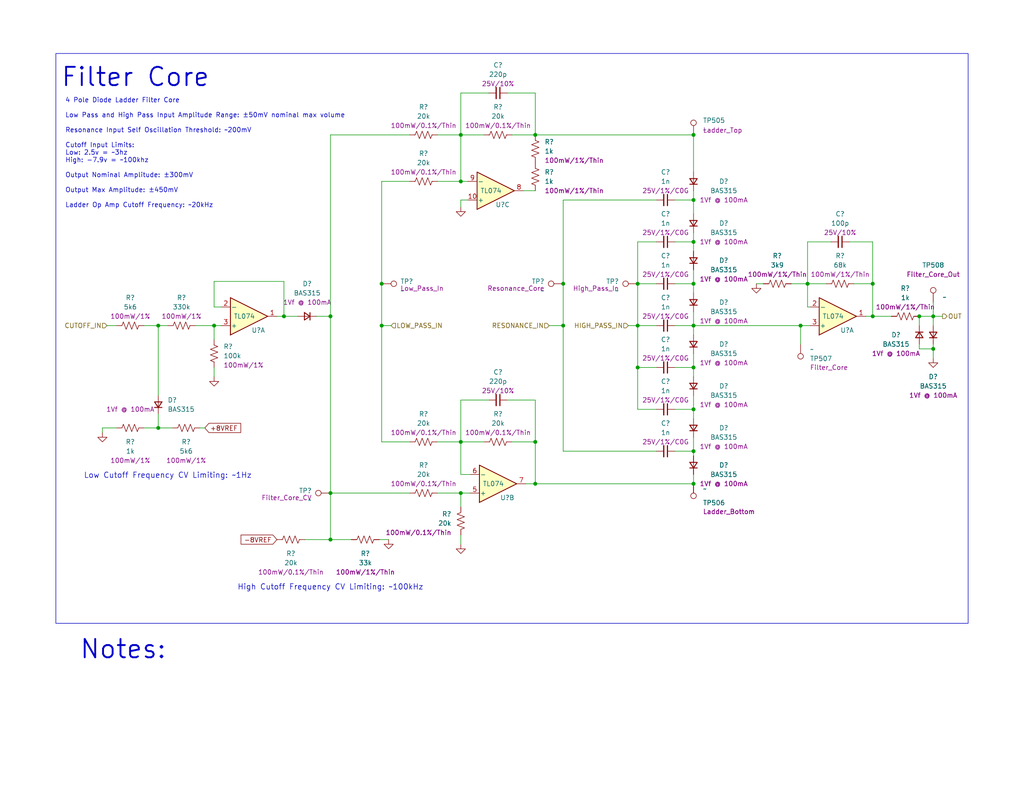
<source format=kicad_sch>
(kicad_sch (version 20230121) (generator eeschema)
  (paper "USLetter")
  (title_block (title "Neptune") (date "2023-07-20") (rev "v0") (company "Winterbloom") (comment 1 "Carson Walls") (comment 2 "CERN-OHL-P v2") (comment 3 "neptune.wntr.dev"))
  (lib_symbols
    (symbol "Connector:TestPoint" (pin_numbers hide) (pin_names (offset 0.762) hide)
      (property "Reference" "TP" (at 0 6.858 0))
      (property "Value" "TestPoint" (at 0 5.08 0))
      (symbol "TestPoint_0_1"
        (circle (center 0 3.302) (radius 0.762))
      )
      (symbol "TestPoint_1_1"
        (pin passive line (at 0 0 90) (length 2.54) (name "1") (number "1"))
      )
    )
    (symbol "Device:C_Small" (pin_numbers hide) (pin_names (offset 0.254) hide)
      (property "Reference" "C" (at 0.254 1.778 0))
      (property "Value" "C_Small" (at 0.254 -2.032 0))
      (symbol "C_Small_0_1"
        (polyline (pts (xy -1.524 -0.508) (xy 1.524 -0.508)) (stroke (width 0.3302)))
        (polyline (pts (xy -1.524 0.508) (xy 1.524 0.508)) (stroke (width 0.3048)))
      )
      (symbol "C_Small_1_1"
        (pin passive line (at 0 2.54 270) (length 2.032) (name "~") (number "1"))
        (pin passive line (at 0 -2.54 90) (length 2.032) (name "~") (number "2"))
      )
    )
    (symbol "Device:D_Small" (pin_numbers hide) (pin_names (offset 0.254) hide)
      (property "Reference" "D" (at -1.27 2.032 0))
      (property "Value" "D_Small" (at -3.81 -2.032 0))
      (symbol "D_Small_0_1"
        (polyline (pts (xy -0.762 -1.016) (xy -0.762 1.016)) (stroke (width 0.254)))
        (polyline (pts (xy -0.762 0) (xy 0.762 0)))
        (polyline (pts (xy 0.762 -1.016) (xy -0.762 0) (xy 0.762 1.016) (xy 0.762 -1.016)) (stroke (width 0.254)))
      )
      (symbol "D_Small_1_1"
        (pin passive line (at -2.54 0 0) (length 1.778) (name "K") (number "1"))
        (pin passive line (at 2.54 0 180) (length 1.778) (name "A") (number "2"))
      )
    )
    (symbol "Device:R_US" (pin_numbers hide) (pin_names (offset 0))
      (property "Reference" "R" (at 2.54 0 90))
      (property "Value" "R_US" (at -2.54 0 90))
      (symbol "R_US_0_1"
        (polyline (pts (xy 0 -2.286) (xy 0 -2.54)))
        (polyline (pts (xy 0 2.286) (xy 0 2.54)))
        (polyline (pts (xy 0 -0.762) (xy 1.016 -1.143) (xy 0 -1.524) (xy -1.016 -1.905) (xy 0 -2.286)))
        (polyline (pts (xy 0 0.762) (xy 1.016 0.381) (xy 0 0) (xy -1.016 -0.381) (xy 0 -0.762)))
        (polyline (pts (xy 0 2.286) (xy 1.016 1.905) (xy 0 1.524) (xy -1.016 1.143) (xy 0 0.762)))
      )
      (symbol "R_US_1_1"
        (pin passive line (at 0 3.81 270) (length 1.27) (name "~") (number "1"))
        (pin passive line (at 0 -3.81 90) (length 1.27) (name "~") (number "2"))
      )
    )
    (symbol "power:GND" (power) (pin_names (offset 0))
      (property "Value" "GND" (at 0 -3.81 0))
      (symbol "GND_0_1"
        (polyline (pts (xy 0 0) (xy 0 -1.27) (xy 1.27 -1.27) (xy 0 -2.54) (xy -1.27 -1.27) (xy 0 -1.27)))
      )
      (symbol "GND_1_1"
        (pin power_in line (at 0 0 270) (length 0) hide (name "GND") (number "1"))
      )
    )
    (symbol "winterbloom:TL074" (pin_names (offset 0.127))
      (property "Reference" "U" (at 0 3.81 0))
      (property "Value" "TL074" (at 0 -3.81 0))
      (symbol "TL074_1_1"
        (polyline (pts (xy -5.08 5.08) (xy 5.08 0) (xy -5.08 -5.08) (xy -5.08 5.08)) (stroke (width 0.254)) (fill (type background)))
        (pin output line (at 7.62 0 180) (length 2.54) (name "~") (number "1"))
        (pin input line (at -7.62 -2.54 0) (length 2.54) (name "-") (number "2"))
        (pin input line (at -7.62 2.54 0) (length 2.54) (name "+") (number "3"))
      )
      (symbol "TL074_2_1"
        (polyline (pts (xy -5.08 5.08) (xy 5.08 0) (xy -5.08 -5.08) (xy -5.08 5.08)) (stroke (width 0.254)) (fill (type background)))
        (pin input line (at -7.62 2.54 0) (length 2.54) (name "+") (number "5"))
        (pin input line (at -7.62 -2.54 0) (length 2.54) (name "-") (number "6"))
        (pin output line (at 7.62 0 180) (length 2.54) (name "~") (number "7"))
      )
      (symbol "TL074_3_1"
        (polyline (pts (xy -5.08 5.08) (xy 5.08 0) (xy -5.08 -5.08) (xy -5.08 5.08)) (stroke (width 0.254)) (fill (type background)))
        (pin input line (at -7.62 2.54 0) (length 2.54) (name "+") (number "10"))
        (pin output line (at 7.62 0 180) (length 2.54) (name "~") (number "8"))
        (pin input line (at -7.62 -2.54 0) (length 2.54) (name "-") (number "9"))
      )
      (symbol "TL074_4_1"
        (polyline (pts (xy -5.08 5.08) (xy 5.08 0) (xy -5.08 -5.08) (xy -5.08 5.08)) (stroke (width 0.254)) (fill (type background)))
        (pin input line (at -7.62 2.54 0) (length 2.54) (name "+") (number "12"))
        (pin input line (at -7.62 -2.54 0) (length 2.54) (name "-") (number "13"))
        (pin output line (at 7.62 0 180) (length 2.54) (name "~") (number "14"))
      )
      (symbol "TL074_5_1"
        (polyline (pts (xy -5.08 5.08) (xy 5.08 0) (xy -5.08 -5.08) (xy -5.08 5.08)) (stroke (width 0.254)) (fill (type background)))
        (pin power_in line (at -2.54 -7.62 90) (length 3.81) (name "V-") (number "11"))
        (pin power_in line (at -2.54 7.62 270) (length 3.81) (name "V+") (number "4"))
      )
    )
  )
  (junction (at 189.23 66.04))
  (junction (at 146.05 132.08))
  (junction (at 43.18 88.9))
  (junction (at 254.635 95.25))
  (junction (at 218.44 88.9))
  (junction (at 125.73 49.53))
  (junction (at 189.23 132.08))
  (junction (at 189.23 100.33))
  (junction (at 173.99 88.9))
  (junction (at 250.825 86.36))
  (junction (at 189.23 123.19))
  (junction (at 189.23 54.61))
  (junction (at 189.23 36.83))
  (junction (at 153.67 77.47))
  (junction (at 90.17 147.32))
  (junction (at 58.42 88.9))
  (junction (at 254.635 86.36))
  (junction (at 125.73 120.65))
  (junction (at 90.17 134.62))
  (junction (at 238.125 86.36))
  (junction (at 125.73 134.62))
  (junction (at 220.345 77.47))
  (junction (at 189.23 111.76))
  (junction (at 90.17 86.36))
  (junction (at 146.05 36.83))
  (junction (at 173.99 100.33))
  (junction (at 189.23 77.47))
  (junction (at 104.14 88.9))
  (junction (at 189.23 88.9))
  (junction (at 173.99 77.47))
  (junction (at 125.73 36.83))
  (junction (at 104.14 77.47))
  (junction (at 153.67 88.9))
  (junction (at 43.18 116.84))
  (junction (at 238.125 77.47))
  (junction (at 146.05 120.65))
  (junction (at 77.47 86.36))
  (wire (pts (xy 173.99 66.04) (xy 173.99 77.47)))
  (wire (pts (xy 250.825 93.98) (xy 250.825 95.25)))
  (wire (pts (xy 27.94 116.84) (xy 31.75 116.84)))
  (wire (pts (xy 119.38 134.62) (xy 125.73 134.62)))
  (wire (pts (xy 58.42 88.9) (xy 58.42 92.71)))
  (wire (pts (xy 104.14 120.65) (xy 111.76 120.65)))
  (wire (pts (xy 250.825 86.36) (xy 254.635 86.36)))
  (wire (pts (xy 146.05 36.83) (xy 189.23 36.83)))
  (wire (pts (xy 58.42 100.33) (xy 58.42 102.87)))
  (wire (pts (xy 125.73 120.65) (xy 132.08 120.65)))
  (wire (pts (xy 125.73 146.05) (xy 125.73 148.59)))
  (wire (pts (xy 125.73 25.4) (xy 125.73 36.83)))
  (wire (pts (xy 189.23 123.19) (xy 189.23 124.46)))
  (wire (pts (xy 220.345 83.82) (xy 220.98 83.82)))
  (wire (pts (xy 254.635 95.25) (xy 254.635 93.98)))
  (wire (pts (xy 125.73 36.83) (xy 132.08 36.83)))
  (wire (pts (xy 106.68 88.9) (xy 104.14 88.9)))
  (wire (pts (xy 83.185 147.32) (xy 90.17 147.32)))
  (wire (pts (xy 77.47 76.835) (xy 77.47 86.36)))
  (wire (pts (xy 153.67 54.61) (xy 153.67 77.47)))
  (wire (pts (xy 125.73 49.53) (xy 127.635 49.53)))
  (wire (pts (xy 125.73 134.62) (xy 128.27 134.62)))
  (wire (pts (xy 189.23 36.83) (xy 189.23 46.99)))
  (wire (pts (xy 133.35 109.22) (xy 125.73 109.22)))
  (wire (pts (xy 39.37 88.9) (xy 43.18 88.9)))
  (wire (pts (xy 104.14 88.9) (xy 104.14 120.65)))
  (wire (pts (xy 184.15 54.61) (xy 189.23 54.61)))
  (wire (pts (xy 53.34 88.9) (xy 58.42 88.9)))
  (wire (pts (xy 220.345 77.47) (xy 225.425 77.47)))
  (wire (pts (xy 139.7 36.83) (xy 146.05 36.83)))
  (wire (pts (xy 90.17 134.62) (xy 90.17 147.32)))
  (wire (pts (xy 218.44 88.9) (xy 218.44 93.98)))
  (wire (pts (xy 184.15 100.33) (xy 189.23 100.33)))
  (wire (pts (xy 146.05 120.65) (xy 146.05 109.22)))
  (wire (pts (xy 125.73 109.22) (xy 125.73 120.65)))
  (wire (pts (xy 236.22 86.36) (xy 238.125 86.36)))
  (wire (pts (xy 254.635 86.36) (xy 254.635 88.9)))
  (wire (pts (xy 119.38 49.53) (xy 125.73 49.53)))
  (wire (pts (xy 173.99 88.9) (xy 179.07 88.9)))
  (wire (pts (xy 254.635 86.36) (xy 257.175 86.36)))
  (wire (pts (xy 189.23 88.9) (xy 189.23 91.44)))
  (wire (pts (xy 189.23 111.76) (xy 189.23 114.3)))
  (wire (pts (xy 146.05 132.08) (xy 189.23 132.08)))
  (wire (pts (xy 90.17 134.62) (xy 111.76 134.62)))
  (wire (pts (xy 142.875 52.07) (xy 146.05 52.07)))
  (wire (pts (xy 153.67 77.47) (xy 153.67 88.9)))
  (wire (pts (xy 104.14 49.53) (xy 104.14 77.47)))
  (wire (pts (xy 58.42 88.9) (xy 60.325 88.9)))
  (wire (pts (xy 146.05 109.22) (xy 138.43 109.22)))
  (wire (pts (xy 90.17 36.83) (xy 90.17 86.36)))
  (wire (pts (xy 218.44 88.9) (xy 220.98 88.9)))
  (wire (pts (xy 149.86 88.9) (xy 153.67 88.9)))
  (wire (pts (xy 46.99 116.84) (xy 43.18 116.84)))
  (wire (pts (xy 77.47 76.835) (xy 58.42 76.835)))
  (wire (pts (xy 54.61 116.84) (xy 55.88 116.84)))
  (wire (pts (xy 184.15 77.47) (xy 189.23 77.47)))
  (wire (pts (xy 220.345 66.04) (xy 226.695 66.04)))
  (wire (pts (xy 75.565 86.36) (xy 77.47 86.36)))
  (wire (pts (xy 220.345 77.47) (xy 220.345 66.04)))
  (wire (pts (xy 189.23 73.66) (xy 189.23 77.47)))
  (wire (pts (xy 189.23 54.61) (xy 189.23 58.42)))
  (wire (pts (xy 189.23 52.07) (xy 189.23 54.61)))
  (wire (pts (xy 238.125 77.47) (xy 238.125 86.36)))
  (wire (pts (xy 143.51 132.08) (xy 146.05 132.08)))
  (wire (pts (xy 90.17 86.36) (xy 90.17 134.62)))
  (wire (pts (xy 179.07 111.76) (xy 173.99 111.76)))
  (wire (pts (xy 184.15 111.76) (xy 189.23 111.76)))
  (wire (pts (xy 173.99 77.47) (xy 173.99 88.9)))
  (wire (pts (xy 153.67 54.61) (xy 179.07 54.61)))
  (wire (pts (xy 119.38 36.83) (xy 125.73 36.83)))
  (wire (pts (xy 43.18 113.03) (xy 43.18 116.84)))
  (wire (pts (xy 173.99 88.9) (xy 173.99 100.33)))
  (wire (pts (xy 125.73 54.61) (xy 127.635 54.61)))
  (wire (pts (xy 125.73 56.515) (xy 125.73 54.61)))
  (wire (pts (xy 77.47 86.36) (xy 81.28 86.36)))
  (wire (pts (xy 139.7 120.65) (xy 146.05 120.65)))
  (wire (pts (xy 189.23 88.9) (xy 218.44 88.9)))
  (wire (pts (xy 250.825 86.36) (xy 250.825 88.9)))
  (wire (pts (xy 104.14 49.53) (xy 111.76 49.53)))
  (wire (pts (xy 125.73 134.62) (xy 125.73 138.43)))
  (wire (pts (xy 189.23 63.5) (xy 189.23 66.04)))
  (wire (pts (xy 133.35 25.4) (xy 125.73 25.4)))
  (wire (pts (xy 184.15 88.9) (xy 189.23 88.9)))
  (wire (pts (xy 189.23 80.01) (xy 189.23 77.47)))
  (wire (pts (xy 189.23 119.38) (xy 189.23 123.19)))
  (wire (pts (xy 250.825 95.25) (xy 254.635 95.25)))
  (wire (pts (xy 189.23 107.95) (xy 189.23 111.76)))
  (wire (pts (xy 58.42 83.82) (xy 60.325 83.82)))
  (wire (pts (xy 173.99 100.33) (xy 173.99 111.76)))
  (wire (pts (xy 39.37 116.84) (xy 43.18 116.84)))
  (wire (pts (xy 208.28 77.47) (xy 206.375 77.47)))
  (wire (pts (xy 95.885 147.32) (xy 90.17 147.32)))
  (wire (pts (xy 153.67 88.9) (xy 153.67 123.19)))
  (wire (pts (xy 119.38 120.65) (xy 125.73 120.65)))
  (wire (pts (xy 179.07 100.33) (xy 173.99 100.33)))
  (wire (pts (xy 43.18 88.9) (xy 43.18 107.95)))
  (wire (pts (xy 146.05 25.4) (xy 138.43 25.4)))
  (wire (pts (xy 179.07 77.47) (xy 173.99 77.47)))
  (wire (pts (xy 104.14 77.47) (xy 104.14 88.9)))
  (wire (pts (xy 45.72 88.9) (xy 43.18 88.9)))
  (wire (pts (xy 254.635 82.55) (xy 254.635 86.36)))
  (wire (pts (xy 179.07 123.19) (xy 153.67 123.19)))
  (wire (pts (xy 238.125 66.04) (xy 238.125 77.47)))
  (wire (pts (xy 189.23 132.08) (xy 189.23 129.54)))
  (wire (pts (xy 111.76 36.83) (xy 90.17 36.83)))
  (wire (pts (xy 233.045 77.47) (xy 238.125 77.47)))
  (wire (pts (xy 231.775 66.04) (xy 238.125 66.04)))
  (wire (pts (xy 254.635 95.25) (xy 254.635 97.79)))
  (wire (pts (xy 215.9 77.47) (xy 220.345 77.47)))
  (wire (pts (xy 184.15 66.04) (xy 189.23 66.04)))
  (wire (pts (xy 171.45 88.9) (xy 173.99 88.9)))
  (wire (pts (xy 238.125 86.36) (xy 243.205 86.36)))
  (wire (pts (xy 189.23 96.52) (xy 189.23 100.33)))
  (wire (pts (xy 86.36 86.36) (xy 90.17 86.36)))
  (wire (pts (xy 103.505 147.32) (xy 106.045 147.32)))
  (wire (pts (xy 146.05 120.65) (xy 146.05 132.08)))
  (wire (pts (xy 189.23 66.04) (xy 189.23 68.58)))
  (wire (pts (xy 27.94 116.84) (xy 27.94 118.11)))
  (wire (pts (xy 125.73 120.65) (xy 125.73 129.54)))
  (wire (pts (xy 184.15 123.19) (xy 189.23 123.19)))
  (wire (pts (xy 29.21 88.9) (xy 31.75 88.9)))
  (wire (pts (xy 220.345 77.47) (xy 220.345 83.82)))
  (wire (pts (xy 189.23 85.09) (xy 189.23 88.9)))
  (wire (pts (xy 58.42 76.835) (xy 58.42 83.82)))
  (wire (pts (xy 146.05 36.83) (xy 146.05 25.4)))
  (wire (pts (xy 189.23 100.33) (xy 189.23 102.87)))
  (wire (pts (xy 125.73 36.83) (xy 125.73 49.53)))
  (wire (pts (xy 128.27 129.54) (xy 125.73 129.54)))
  (wire (pts (xy 179.07 66.04) (xy 173.99 66.04)))
  (rectangle (start 15.24 14.605) (end 264.16 170.18))
  (text "Filter Core" (at 16.51 24.13 0) (effects (font (size 5 5) (thickness 0.508) bold) (justify left bottom)))
  (text "Notes:" (at 21.59 180.34 0) (effects (font (size 5 5) (thickness 0.508) bold) (justify left bottom)))
  (text "4 Pole Diode Ladder Filter Core\n\nLow Pass and High Pass Input Amplitude Range: ±50mV nominal max volume\n\nResonance Input Self Oscillation Threshold: ~200mV\n\nCutoff Input Limits:\nLow: 2.5v = ~3hz\nHigh: -7.9v = ~100khz\n\nOutput Nominal Amplitude: ±300mV\n\nOutput Max Amplitude: ±450mV\n\nLadder Op Amp Cutoff Frequency: ~20kHz\n\n\n" (at 17.78 60.96 0) (effects (font (size 1.27 1.27)) (justify left bottom)))
  (text "High Cutoff Frequency CV Limiting: ~100kHz" (at 64.77 161.29 0) (effects (font (size 1.5 1.5)) (justify left bottom)))
  (text "Low Cutoff Frequency CV Limiting: ~1Hz" (at 22.86 130.81 0) (effects (font (size 1.5 1.5)) (justify left bottom)))
  (global_label "-8VREF" (shape input) (at 75.565 147.32 180) (property "Intersheetrefs" "${INTERSHEET_REFS}" (effects hide)))
  (global_label "+8VREF" (shape input) (at 55.88 116.84 0) (property "Intersheetrefs" "${INTERSHEET_REFS}" (effects hide)))
  (hierarchical_label "HIGH_PASS_IN" (shape input) (at 171.45 88.9 180))
  (hierarchical_label "RESONANCE_IN" (shape input) (at 149.86 88.9 180))
  (hierarchical_label "LOW_PASS_IN" (shape input) (at 106.68 88.9 0))
  (hierarchical_label "CUTOFF_IN" (shape input) (at 29.21 88.9 180))
  (hierarchical_label "OUT" (shape output) (at 257.175 86.36 0))
  (symbol (lib_id "Device:R_US") (at 115.57 134.62 270) (unit 1)
    (property "Reference" "R?" (at 115.57 127 90))
    (property "Value" "20k" (at 115.57 129.54 90))
    (property "Footprint" "winterbloom:R_0603_HandSolder" (effects hide))
    (property "Rating" "100mW/0.1%/Thin" (at 115.57 132.08 90))
    (instances (project "board" (path "" (reference "R?") (unit 1))) (project "mainboard" (path "" (reference "R?") (unit 1)) (path "" (reference "R511") (unit 1))))
  )
  (symbol (lib_id "Device:C_Small") (at 181.61 66.04 270) (unit 1)
    (property "Reference" "C?" (at 181.6036 58.42 90))
    (property "Value" "1n" (at 181.6036 60.96 90))
    (property "Footprint" "winterbloom:C_0603_HandSolder" (effects hide))
    (property "Notes" "0603, 25V+, 1%" (effects hide))
    (property "Rating" "25V/1%/C0G" (at 181.6036 63.5 90))
    (instances (project "board" (path "" (reference "C?") (unit 1))) (project "mainboard" (path "" (reference "C?") (unit 1)) (path "" (reference "C504") (unit 1))))
  )
  (symbol (lib_id "Device:D_Small") (at 189.23 105.41 270) (mirror x) (unit 1)
    (property "Reference" "D?" (at 197.485 105.41 90))
    (property "Value" "BAS315" (at 197.485 107.95 90))
    (property "Footprint" "winterbloom:D_SOD-323" (effects hide))
    (property "MPN" "BAS316,115" (effects hide))
    (property "Rating" "1Vf @ 100mA" (at 197.485 110.49 90))
    (property "Notes" "Audio path" (effects hide))
    (instances (project "mainboard" (path "" (reference "D?") (unit 1)) (path "" (reference "D508") (unit 1))) (project "Diode_Ladder_Filter_V0.5" (path "" (reference "D?") (unit 1))))
  )
  (symbol (lib_id "Connector:TestPoint") (at 153.67 77.47 90) (mirror x) (unit 1)
    (property "Reference" "TP?" (at 148.59 76.835 90) (effects (justify left)))
    (property "Value" "~" (at 148.59 79.375 90) (effects (justify left)))
    (property "Footprint" "TestPoint:TestPoint_Pad_D1.5mm" (effects hide))
    (property "Name" "Resonance_Core" (at 148.59 78.74 90) (effects (justify left)))
    (instances (project "mainboard" (path "" (reference "TP?") (unit 1)) (path "" (reference "TP503") (unit 1))))
  )
  (symbol (lib_id "Device:C_Small") (at 181.61 123.19 270) (unit 1)
    (property "Reference" "C?" (at 181.6036 115.57 90))
    (property "Value" "1n" (at 181.6036 118.11 90))
    (property "Footprint" "winterbloom:C_0603_HandSolder" (effects hide))
    (property "Notes" "0603, 25V+, 1%" (effects hide))
    (property "Rating" "25V/1%/C0G" (at 181.6036 120.65 90))
    (instances (project "board" (path "" (reference "C?") (unit 1))) (project "mainboard" (path "" (reference "C?") (unit 1)) (path "" (reference "C509") (unit 1))))
  )
  (symbol (lib_id "Device:R_US") (at 135.89 120.65 270) (unit 1)
    (property "Reference" "R?" (at 135.89 113.03 90))
    (property "Value" "20k" (at 135.89 115.57 90))
    (property "Footprint" "winterbloom:R_0603_HandSolder" (effects hide))
    (property "Rating" "100mW/0.1%/Thin" (at 135.89 118.11 90))
    (instances (project "board" (path "" (reference "R?") (unit 1))) (project "mainboard" (path "" (reference "R?") (unit 1)) (path "" (reference "R514") (unit 1))))
  )
  (symbol (lib_id "Device:R_US") (at 247.015 86.36 90) (unit 1)
    (property "Reference" "R?" (at 247.015 78.74 90))
    (property "Value" "1k" (at 247.015 81.28 90))
    (property "Footprint" "winterbloom:R_0603_HandSolder" (effects hide))
    (property "Rating" "100mW/1%/Thin" (at 247.015 83.82 90))
    (instances (project "board" (path "" (reference "R?") (unit 1))) (project "mainboard" (path "" (reference "R?") (unit 1)) (path "" (reference "R519") (unit 1))))
  )
  (symbol (lib_id "Connector:TestPoint") (at 104.14 77.47 270) (unit 1)
    (property "Reference" "TP?" (at 109.22 76.835 90) (effects (justify left)))
    (property "Value" "~" (at 109.22 79.375 90) (effects (justify left)))
    (property "Footprint" "TestPoint:TestPoint_Pad_D1.5mm" (effects hide))
    (property "Name" "Low_Pass_In" (at 109.22 78.74 90) (effects (justify left)))
    (instances (project "mainboard" (path "" (reference "TP?") (unit 1)) (path "" (reference "TP502") (unit 1))))
  )
  (symbol (lib_id "Device:C_Small") (at 181.61 111.76 270) (unit 1)
    (property "Reference" "C?" (at 181.6036 104.14 90))
    (property "Value" "1n" (at 181.6036 106.68 90))
    (property "Footprint" "winterbloom:C_0603_HandSolder" (effects hide))
    (property "Notes" "0603, 25V+, 1%" (effects hide))
    (property "Rating" "25V/1%/C0G" (at 181.6036 109.22 90))
    (instances (project "board" (path "" (reference "C?") (unit 1))) (project "mainboard" (path "" (reference "C?") (unit 1)) (path "" (reference "C508") (unit 1))))
  )
  (symbol (lib_id "Device:R_US") (at 115.57 49.53 270) (unit 1)
    (property "Reference" "R?" (at 115.57 41.91 90))
    (property "Value" "20k" (at 115.57 44.45 90))
    (property "Footprint" "winterbloom:R_0603_HandSolder" (effects hide))
    (property "Rating" "100mW/0.1%/Thin" (at 115.57 46.99 90))
    (instances (project "board" (path "" (reference "R?") (unit 1))) (project "mainboard" (path "" (reference "R?") (unit 1)) (path "" (reference "R509") (unit 1))))
  )
  (symbol (lib_id "Device:R_US") (at 115.57 36.83 270) (unit 1)
    (property "Reference" "R?" (at 115.57 29.21 90))
    (property "Value" "20k" (at 115.57 31.75 90))
    (property "Footprint" "winterbloom:R_0603_HandSolder" (effects hide))
    (property "Rating" "100mW/0.1%/Thin" (at 115.57 34.29 90))
    (instances (project "board" (path "" (reference "R?") (unit 1))) (project "mainboard" (path "" (reference "R?") (unit 1)) (path "" (reference "R508") (unit 1))))
  )
  (symbol (lib_id "Device:D_Small") (at 189.23 49.53 270) (mirror x) (unit 1)
    (property "Reference" "D?" (at 197.485 49.53 90))
    (property "Value" "BAS315" (at 197.485 52.07 90))
    (property "Footprint" "winterbloom:D_SOD-323" (effects hide))
    (property "MPN" "BAS316,115" (effects hide))
    (property "Rating" "1Vf @ 100mA" (at 197.485 54.61 90))
    (property "Notes" "Audio path" (effects hide))
    (instances (project "mainboard" (path "" (reference "D?") (unit 1)) (path "" (reference "D503") (unit 1))) (project "Diode_Ladder_Filter_V0.5" (path "" (reference "D?") (unit 1))))
  )
  (symbol (lib_id "Connector:TestPoint") (at 218.44 93.98 0) (mirror x) (unit 1)
    (property "Reference" "TP507" (at 220.98 97.917 0) (effects (justify left)))
    (property "Value" "~" (at 220.98 95.377 0) (effects (justify left)))
    (property "Footprint" "TestPoint:TestPoint_Pad_D1.5mm" (effects hide))
    (property "Name" "Filter_Core" (at 220.98 100.33 0) (effects (justify left)))
  )
  (symbol (lib_id "Device:R_US") (at 99.695 147.32 270) (unit 1)
    (property "Reference" "R?" (at 99.695 151.13 90))
    (property "Value" "33k" (at 99.695 153.67 90))
    (property "Footprint" "winterbloom:R_0603_HandSolder" (effects hide))
    (property "Rating" "100mW/1%/Thin" (at 99.695 156.21 90))
    (instances (project "board" (path "" (reference "R?") (unit 1))) (project "mainboard" (path "" (reference "R?") (unit 1)) (path "" (reference "R507") (unit 1))))
  )
  (symbol (lib_id "Device:R_US") (at 115.57 120.65 270) (unit 1)
    (property "Reference" "R?" (at 115.57 113.03 90))
    (property "Value" "20k" (at 115.57 115.57 90))
    (property "Footprint" "winterbloom:R_0603_HandSolder" (effects hide))
    (property "Rating" "100mW/0.1%/Thin" (at 115.57 118.11 90))
    (instances (project "board" (path "" (reference "R?") (unit 1))) (project "mainboard" (path "" (reference "R?") (unit 1)) (path "" (reference "R510") (unit 1))))
  )
  (symbol (lib_id "Device:C_Small") (at 181.61 88.9 270) (unit 1)
    (property "Reference" "C?" (at 181.6036 81.28 90))
    (property "Value" "1n" (at 181.6036 83.82 90))
    (property "Footprint" "winterbloom:C_0603_HandSolder" (effects hide))
    (property "Notes" "0603, 25V+, 1%" (effects hide))
    (property "Rating" "25V/1%/C0G" (at 181.6036 86.36 90))
    (instances (project "board" (path "" (reference "C?") (unit 1))) (project "mainboard" (path "" (reference "C?") (unit 1)) (path "" (reference "C506") (unit 1))))
  )
  (symbol (lib_id "Device:R_US") (at 58.42 96.52 0) (unit 1)
    (property "Reference" "R?" (at 60.96 94.615 0) (effects (justify left)))
    (property "Value" "100k" (at 60.96 97.155 0) (effects (justify left)))
    (property "Footprint" "winterbloom:R_0603_HandSolder" (effects hide))
    (property "Rating" "100mW/1%" (at 60.96 99.695 0) (effects (justify left)))
    (instances (project "board" (path "" (reference "R?") (unit 1))) (project "mainboard" (path "" (reference "R?") (unit 1)) (path "" (reference "R505") (unit 1))))
  )
  (symbol (lib_id "Device:R_US") (at 125.73 142.24 0) (mirror x) (unit 1)
    (property "Reference" "R?" (at 123.19 140.335 0) (effects (justify right)))
    (property "Value" "20k" (at 123.19 142.875 0) (effects (justify right)))
    (property "Footprint" "winterbloom:R_0603_HandSolder" (effects hide))
    (property "Rating" "100mW/0.1%/Thin" (at 123.19 145.415 0) (effects (justify right)))
    (instances (project "board" (path "" (reference "R?") (unit 1))) (project "mainboard" (path "" (reference "R?") (unit 1)) (path "" (reference "R512") (unit 1))))
  )
  (symbol (lib_id "Device:C_Small") (at 181.61 77.47 270) (unit 1)
    (property "Reference" "C?" (at 181.6036 69.85 90))
    (property "Value" "1n" (at 181.6036 72.39 90))
    (property "Footprint" "winterbloom:C_0603_HandSolder" (effects hide))
    (property "Notes" "0603, 25V+, 1%" (effects hide))
    (property "Rating" "25V/1%/C0G" (at 181.6036 74.93 90))
    (instances (project "board" (path "" (reference "C?") (unit 1))) (project "mainboard" (path "" (reference "C?") (unit 1)) (path "" (reference "C505") (unit 1))))
  )
  (symbol (lib_id "Device:D_Small") (at 189.23 116.84 270) (mirror x) (unit 1)
    (property "Reference" "D?" (at 197.485 116.84 90))
    (property "Value" "BAS315" (at 197.485 119.38 90))
    (property "Footprint" "winterbloom:D_SOD-323" (effects hide))
    (property "MPN" "BAS316,115" (effects hide))
    (property "Rating" "1Vf @ 100mA" (at 197.485 121.92 90))
    (property "Notes" "Audio path" (effects hide))
    (instances (project "mainboard" (path "" (reference "D?") (unit 1)) (path "" (reference "D509") (unit 1))) (project "Diode_Ladder_Filter_V0.5" (path "" (reference "D?") (unit 1))))
  )
  (symbol (lib_id "Device:C_Small") (at 181.61 100.33 270) (unit 1)
    (property "Reference" "C?" (at 181.6036 92.71 90))
    (property "Value" "1n" (at 181.6036 95.25 90))
    (property "Footprint" "winterbloom:C_0603_HandSolder" (effects hide))
    (property "Notes" "0603, 25V+, 1%" (effects hide))
    (property "Rating" "25V/1%/C0G" (at 181.6036 97.79 90))
    (instances (project "board" (path "" (reference "C?") (unit 1))) (project "mainboard" (path "" (reference "C?") (unit 1)) (path "" (reference "C507") (unit 1))))
  )
  (symbol (lib_id "power:GND") (at 106.045 147.32 0) (unit 1)
    (property "Reference" "#PWR?" (effects hide))
    (property "Value" "GND" (effects hide))
    (instances (project "board" (path "" (reference "#PWR?") (unit 1))) (project "mainboard" (path "" (reference "#PWR?") (unit 1)) (path "" (reference "#PWR0503") (unit 1))))
  )
  (symbol (lib_id "Device:R_US") (at 49.53 88.9 270) (unit 1)
    (property "Reference" "R?" (at 49.53 81.28 90))
    (property "Value" "330k" (at 49.53 83.82 90))
    (property "Footprint" "winterbloom:R_0603_HandSolder" (effects hide))
    (property "Rating" "100mW/1%" (at 49.53 86.36 90))
    (instances (project "board" (path "" (reference "R?") (unit 1))) (project "mainboard" (path "" (reference "R?") (unit 1)) (path "" (reference "R503") (unit 1))))
  )
  (symbol (lib_id "Device:C_Small") (at 181.61 54.61 270) (unit 1)
    (property "Reference" "C?" (at 181.6036 46.99 90))
    (property "Value" "1n" (at 181.6036 49.53 90))
    (property "Footprint" "winterbloom:C_0603_HandSolder" (effects hide))
    (property "Notes" "0603, 25V+, 1%" (effects hide))
    (property "Rating" "25V/1%/C0G" (at 181.6036 52.07 90))
    (instances (project "board" (path "" (reference "C?") (unit 1))) (project "mainboard" (path "" (reference "C?") (unit 1)) (path "" (reference "C503") (unit 1))))
  )
  (symbol (lib_id "Connector:TestPoint") (at 254.635 82.55 0) (unit 1)
    (property "Reference" "TP508" (at 254.635 72.39 0))
    (property "Value" "~" (at 257.175 81.153 0) (effects (justify left)))
    (property "Footprint" "TestPoint:TestPoint_Pad_D1.5mm" (effects hide))
    (property "Name" "Filter_Core_Out" (at 254.635 74.93 0))
  )
  (symbol (lib_id "Device:D_Small") (at 83.82 86.36 180) (unit 1)
    (property "Reference" "D?" (at 83.82 77.47 0))
    (property "Value" "BAS315" (at 83.82 80.01 0))
    (property "Footprint" "winterbloom:D_SOD-323" (effects hide))
    (property "MPN" "BAS316,115" (effects hide))
    (property "Rating" "1Vf @ 100mA" (at 83.82 82.55 0))
    (property "Notes" "Audio path" (effects hide))
    (instances (project "mainboard" (path "" (reference "D?") (unit 1)) (path "" (reference "D502") (unit 1))) (project "Diode_Ladder_Filter_V0.5" (path "" (reference "D?") (unit 1))))
  )
  (symbol (lib_id "winterbloom:TL074") (at 135.89 132.08 0) (mirror x) (unit 2)
    (property "Reference" "U?" (at 138.43 135.89 0))
    (property "Value" "TL074" (at 134.62 132.08 0))
    (property "Footprint" "Package_SO:TSSOP-14_4.4x5mm_P0.65mm" (effects hide))
    (property "Datasheet" "https://www.ti.com/lit/ds/symlink/tl071.pdf" (effects hide))
    (property "MPN" "TL074CPW" (effects hide))
    (instances (project "mainboard" (path "" (reference "U?") (unit 2)) (path "" (reference "U?") (unit 3))) (project "mainboard" (path "" (reference "U?") (unit 2)) (path "" (reference "U?") (unit 2)) (path "" (reference "U3") (unit 2))))
  )
  (symbol (lib_id "power:GND") (at 125.73 148.59 0) (unit 1)
    (property "Reference" "#PWR?" (effects hide))
    (property "Value" "GND" (effects hide))
    (instances (project "board" (path "" (reference "#PWR?") (unit 1))) (project "mainboard" (path "" (reference "#PWR?") (unit 1)) (path "" (reference "#PWR0505") (unit 1))))
  )
  (symbol (lib_id "power:GND") (at 58.42 102.87 0) (unit 1)
    (property "Reference" "#PWR?" (effects hide))
    (property "Value" "GND" (effects hide))
    (instances (project "board" (path "" (reference "#PWR?") (unit 1))) (project "mainboard" (path "" (reference "#PWR?") (unit 1)) (path "" (reference "#PWR0502") (unit 1))))
  )
  (symbol (lib_id "winterbloom:TL074") (at 67.945 86.36 0) (mirror x) (unit 1)
    (property "Reference" "U?" (at 70.485 90.17 0))
    (property "Value" "TL074" (at 66.675 86.36 0))
    (property "Footprint" "Package_SO:TSSOP-14_4.4x5mm_P0.65mm" (effects hide))
    (property "Datasheet" "https://www.ti.com/lit/ds/symlink/tl071.pdf" (effects hide))
    (property "MPN" "TL074CPW" (effects hide))
    (instances (project "mainboard" (path "" (reference "U?") (unit 1)) (path "" (reference "U?") (unit 4))) (project "mainboard" (path "" (reference "U?") (unit 1)) (path "" (reference "U?") (unit 1)) (path "" (reference "U3") (unit 4))))
  )
  (symbol (lib_id "Device:C_Small") (at 135.89 25.4 270) (unit 1)
    (property "Reference" "C?" (at 135.8836 17.78 90))
    (property "Value" "220p" (at 135.8836 20.32 90))
    (property "Footprint" "winterbloom:C_0603_HandSolder" (effects hide))
    (property "Rating" "25V/10%" (at 135.8836 22.86 90))
    (instances (project "board" (path "" (reference "C?") (unit 1))) (project "mainboard" (path "" (reference "C?") (unit 1)) (path "" (reference "C501") (unit 1))))
  )
  (symbol (lib_id "Device:D_Small") (at 43.18 110.49 90) (unit 1)
    (property "Reference" "D?" (at 45.72 109.22 90) (effects (justify right)))
    (property "Value" "BAS315" (at 45.72 111.76 90) (effects (justify right)))
    (property "Footprint" "winterbloom:D_SOD-323" (effects hide))
    (property "MPN" "BAS316,115" (effects hide))
    (property "Rating" "1Vf @ 100mA" (at 35.56 111.76 90))
    (property "Notes" "Clipping diode" (effects hide))
    (instances (project "mainboard" (path "" (reference "D?") (unit 1)) (path "" (reference "D501") (unit 1))) (project "Diode_Ladder_Filter_V0.5" (path "" (reference "D?") (unit 1))))
  )
  (symbol (lib_id "power:GND") (at 27.94 118.11 0) (unit 1)
    (property "Reference" "#PWR?" (effects hide))
    (property "Value" "GND" (effects hide))
    (instances (project "board" (path "" (reference "#PWR?") (unit 1))) (project "mainboard" (path "" (reference "#PWR?") (unit 1)) (path "" (reference "#PWR0501") (unit 1))))
  )
  (symbol (lib_id "Device:R_US") (at 146.05 48.26 0) (unit 1)
    (property "Reference" "R?" (at 148.59 46.99 0) (effects (justify left)))
    (property "Value" "1k" (at 148.59 49.53 0) (effects (justify left)))
    (property "Footprint" "winterbloom:R_0603_HandSolder" (effects hide))
    (property "Rating" "100mW/1%/Thin" (at 148.59 52.07 0) (effects (justify left)))
    (instances (project "board" (path "" (reference "R?") (unit 1))) (project "mainboard" (path "" (reference "R?") (unit 1)) (path "" (reference "R516") (unit 1))))
  )
  (symbol (lib_id "Device:D_Small") (at 189.23 93.98 270) (mirror x) (unit 1)
    (property "Reference" "D?" (at 197.485 93.98 90))
    (property "Value" "BAS315" (at 197.485 96.52 90))
    (property "Footprint" "winterbloom:D_SOD-323" (effects hide))
    (property "MPN" "BAS316,115" (effects hide))
    (property "Rating" "1Vf @ 100mA" (at 197.485 99.06 90))
    (property "Notes" "Audio path" (effects hide))
    (instances (project "mainboard" (path "" (reference "D?") (unit 1)) (path "" (reference "D507") (unit 1))) (project "Diode_Ladder_Filter_V0.5" (path "" (reference "D?") (unit 1))))
  )
  (symbol (lib_id "Connector:TestPoint") (at 173.99 77.47 90) (mirror x) (unit 1)
    (property "Reference" "TP?" (at 168.91 76.835 90) (effects (justify left)))
    (property "Value" "~" (at 168.91 79.375 90) (effects (justify left)))
    (property "Footprint" "TestPoint:TestPoint_Pad_D1.5mm" (effects hide))
    (property "Name" "High_Pass_In" (at 168.91 78.74 90) (effects (justify left)))
    (instances (project "mainboard" (path "" (reference "TP?") (unit 1)) (path "" (reference "TP504") (unit 1))))
  )
  (symbol (lib_id "Device:R_US") (at 212.09 77.47 90) (unit 1)
    (property "Reference" "R?" (at 212.09 69.85 90))
    (property "Value" "3k9" (at 212.09 72.39 90))
    (property "Footprint" "winterbloom:R_0603_HandSolder" (effects hide))
    (property "Rating" "100mW/1%/Thin" (at 212.09 74.93 90))
    (instances (project "board" (path "" (reference "R?") (unit 1))) (project "mainboard" (path "" (reference "R?") (unit 1)) (path "" (reference "R517") (unit 1))))
  )
  (symbol (lib_id "Device:D_Small") (at 189.23 71.12 270) (mirror x) (unit 1)
    (property "Reference" "D?" (at 197.485 71.12 90))
    (property "Value" "BAS315" (at 197.485 73.66 90))
    (property "Footprint" "winterbloom:D_SOD-323" (effects hide))
    (property "MPN" "BAS316,115" (effects hide))
    (property "Rating" "1Vf @ 100mA" (at 197.485 76.2 90))
    (property "Notes" "Audio path" (effects hide))
    (instances (project "mainboard" (path "" (reference "D?") (unit 1)) (path "" (reference "D505") (unit 1))) (project "Diode_Ladder_Filter_V0.5" (path "" (reference "D?") (unit 1))))
  )
  (symbol (lib_id "Device:C_Small") (at 135.89 109.22 270) (unit 1)
    (property "Reference" "C?" (at 135.8836 101.6 90))
    (property "Value" "220p" (at 135.8836 104.14 90))
    (property "Footprint" "winterbloom:C_0603_HandSolder" (effects hide))
    (property "Rating" "25V/10%" (at 135.8836 106.68 90))
    (instances (project "board" (path "" (reference "C?") (unit 1))) (project "mainboard" (path "" (reference "C?") (unit 1)) (path "" (reference "C502") (unit 1))))
  )
  (symbol (lib_id "power:GND") (at 254.635 97.79 0) (unit 1)
    (property "Reference" "#PWR?" (effects hide))
    (property "Value" "GND" (effects hide))
    (instances (project "board" (path "" (reference "#PWR?") (unit 1))) (project "mainboard" (path "" (reference "#PWR?") (unit 1)) (path "" (reference "#PWR0507") (unit 1))))
  )
  (symbol (lib_id "Device:R_US") (at 79.375 147.32 270) (unit 1)
    (property "Reference" "R?" (at 79.375 151.13 90))
    (property "Value" "20k" (at 79.375 153.67 90))
    (property "Footprint" "winterbloom:R_0603_HandSolder" (effects hide))
    (property "Rating" "100mW/0.1%/Thin" (at 79.375 156.21 90))
    (instances (project "board" (path "" (reference "R?") (unit 1))) (project "mainboard" (path "" (reference "R?") (unit 1)) (path "" (reference "R506") (unit 1))))
  )
  (symbol (lib_id "Connector:TestPoint") (at 189.23 132.08 0) (mirror x) (unit 1)
    (property "Reference" "TP506" (at 191.77 137.287 0) (effects (justify left)))
    (property "Value" "~" (at 191.77 133.477 0) (effects (justify left)))
    (property "Footprint" "TestPoint:TestPoint_Pad_D1.5mm" (effects hide))
    (property "Name" "Ladder_Bottom" (at 191.77 139.7 0) (effects (justify left)))
  )
  (symbol (lib_id "winterbloom:TL074") (at 135.255 52.07 0) (mirror x) (unit 3)
    (property "Reference" "U?" (at 137.16 55.88 0))
    (property "Value" "TL074" (at 133.985 52.07 0))
    (property "Footprint" "Package_SO:TSSOP-14_4.4x5mm_P0.65mm" (effects hide))
    (property "Datasheet" "https://www.ti.com/lit/ds/symlink/tl071.pdf" (effects hide))
    (property "MPN" "TL074CPW" (effects hide))
    (instances (project "VCA_0.3" (path "" (reference "U?") (unit 3))) (project "mainboard" (path "" (reference "U?") (unit 3)) (path "" (reference "U?") (unit 2))) (project "mainboard" (path "" (reference "U?") (unit 3)) (path "" (reference "U?") (unit 3)) (path "" (reference "U3") (unit 3))) (project "VCA" (path "" (reference "U?") (unit 3)) (path "" (reference "U?") (unit 3))))
  )
  (symbol (lib_id "winterbloom:TL074") (at 228.6 86.36 0) (mirror x) (unit 1)
    (property "Reference" "U?" (at 231.14 90.17 0))
    (property "Value" "TL074" (at 227.33 86.36 0))
    (property "Footprint" "Package_SO:TSSOP-14_4.4x5mm_P0.65mm" (effects hide))
    (property "Datasheet" "https://www.ti.com/lit/ds/symlink/tl071.pdf" (effects hide))
    (property "MPN" "TL074CPW" (effects hide))
    (instances (project "mainboard" (path "" (reference "U?") (unit 1)) (path "" (reference "U?") (unit 4))) (project "mainboard" (path "" (reference "U?") (unit 1)) (path "" (reference "U?") (unit 1)) (path "" (reference "U3") (unit 1))))
  )
  (symbol (lib_id "Connector:TestPoint") (at 90.17 134.62 90) (mirror x) (unit 1)
    (property "Reference" "TP?" (at 85.09 133.985 90) (effects (justify left)))
    (property "Value" "~" (at 85.09 136.525 90) (effects (justify left)))
    (property "Footprint" "TestPoint:TestPoint_Pad_D1.5mm" (effects hide))
    (property "Name" "Filter_Core_CV" (at 85.09 135.89 90) (effects (justify left)))
    (instances (project "mainboard" (path "" (reference "TP?") (unit 1)) (path "" (reference "TP501") (unit 1))))
  )
  (symbol (lib_id "power:GND") (at 206.375 77.47 0) (unit 1)
    (property "Reference" "#PWR?" (effects hide))
    (property "Value" "GND" (effects hide))
    (instances (project "board" (path "" (reference "#PWR?") (unit 1))) (project "mainboard" (path "" (reference "#PWR?") (unit 1)) (path "" (reference "#PWR0506") (unit 1))))
  )
  (symbol (lib_id "power:GND") (at 125.73 56.515 0) (unit 1)
    (property "Reference" "#PWR?" (effects hide))
    (property "Value" "GND" (effects hide))
    (instances (project "board" (path "" (reference "#PWR?") (unit 1))) (project "mainboard" (path "" (reference "#PWR?") (unit 1)) (path "" (reference "#PWR0504") (unit 1))))
  )
  (symbol (lib_id "Device:R_US") (at 35.56 116.84 270) (unit 1)
    (property "Reference" "R?" (at 35.56 120.65 90))
    (property "Value" "1k" (at 35.56 123.19 90))
    (property "Footprint" "winterbloom:R_0603_HandSolder" (effects hide))
    (property "Rating" "100mW/1%" (at 35.56 125.73 90))
    (instances (project "board" (path "" (reference "R?") (unit 1))) (project "mainboard" (path "" (reference "R?") (unit 1)) (path "" (reference "R502") (unit 1))))
  )
  (symbol (lib_id "Device:R_US") (at 50.8 116.84 270) (unit 1)
    (property "Reference" "R?" (at 50.8 120.65 90))
    (property "Value" "5k6" (at 50.8 123.19 90))
    (property "Footprint" "winterbloom:R_0603_HandSolder" (effects hide))
    (property "Rating" "100mW/1%" (at 50.8 125.73 90))
    (instances (project "board" (path "" (reference "R?") (unit 1))) (project "mainboard" (path "" (reference "R?") (unit 1)) (path "" (reference "R504") (unit 1))))
  )
  (symbol (lib_id "Device:R_US") (at 146.05 40.64 0) (unit 1)
    (property "Reference" "R?" (at 148.59 38.735 0) (effects (justify left)))
    (property "Value" "1k" (at 148.59 41.275 0) (effects (justify left)))
    (property "Footprint" "winterbloom:R_0603_HandSolder" (effects hide))
    (property "Rating" "100mW/1%/Thin" (at 148.59 43.815 0) (effects (justify left)))
    (instances (project "board" (path "" (reference "R?") (unit 1))) (project "mainboard" (path "" (reference "R?") (unit 1)) (path "" (reference "R515") (unit 1))))
  )
  (symbol (lib_id "Device:C_Small") (at 229.235 66.04 270) (unit 1)
    (property "Reference" "C?" (at 229.2286 58.42 90))
    (property "Value" "100p" (at 229.2286 60.96 90))
    (property "Footprint" "winterbloom:C_0603_HandSolder" (effects hide))
    (property "Rating" "25V/10%" (at 229.2286 63.5 90))
    (instances (project "board" (path "" (reference "C?") (unit 1))) (project "mainboard" (path "" (reference "C?") (unit 1)) (path "" (reference "C510") (unit 1))))
  )
  (symbol (lib_id "Device:D_Small") (at 189.23 60.96 270) (mirror x) (unit 1)
    (property "Reference" "D?" (at 197.485 60.96 90))
    (property "Value" "BAS315" (at 197.485 63.5 90))
    (property "Footprint" "winterbloom:D_SOD-323" (effects hide))
    (property "MPN" "BAS316,115" (effects hide))
    (property "Rating" "1Vf @ 100mA" (at 197.485 66.04 90))
    (property "Notes" "Audio path" (effects hide))
    (instances (project "mainboard" (path "" (reference "D?") (unit 1)) (path "" (reference "D504") (unit 1))) (project "Diode_Ladder_Filter_V0.5" (path "" (reference "D?") (unit 1))))
  )
  (symbol (lib_id "Connector:TestPoint") (at 189.23 36.83 0) (unit 1)
    (property "Reference" "TP505" (at 191.77 32.893 0) (effects (justify left)))
    (property "Value" "~" (at 191.77 35.433 0) (effects (justify left)))
    (property "Footprint" "TestPoint:TestPoint_Pad_D1.5mm" (effects hide))
    (property "Name" "Ladder_Top" (at 191.77 35.56 0) (effects (justify left)))
  )
  (symbol (lib_id "Device:D_Small") (at 254.635 91.44 270) (mirror x) (unit 1)
    (property "Reference" "D?" (at 254.635 102.87 90))
    (property "Value" "BAS315" (at 254.635 105.41 90))
    (property "Footprint" "winterbloom:D_SOD-323" (effects hide))
    (property "MPN" "BAS316,115" (effects hide))
    (property "Rating" "1Vf @ 100mA" (at 254.635 107.95 90))
    (property "Notes" "Clipping diode" (effects hide))
    (instances (project "mainboard" (path "" (reference "D?") (unit 1)) (path "" (reference "D512") (unit 1))) (project "Diode_Ladder_Filter_V0.5" (path "" (reference "D?") (unit 1))))
  )
  (symbol (lib_id "Device:R_US") (at 135.89 36.83 270) (unit 1)
    (property "Reference" "R?" (at 135.89 29.21 90))
    (property "Value" "20k" (at 135.89 31.75 90))
    (property "Footprint" "winterbloom:R_0603_HandSolder" (effects hide))
    (property "Rating" "100mW/0.1%/Thin" (at 135.89 34.29 90))
    (instances (project "board" (path "" (reference "R?") (unit 1))) (project "mainboard" (path "" (reference "R?") (unit 1)) (path "" (reference "R513") (unit 1))))
  )
  (symbol (lib_id "Device:D_Small") (at 250.825 91.44 90) (mirror x) (unit 1)
    (property "Reference" "D?" (at 244.475 91.44 90))
    (property "Value" "BAS315" (at 244.475 93.98 90))
    (property "Footprint" "winterbloom:D_SOD-323" (effects hide))
    (property "MPN" "BAS316,115" (effects hide))
    (property "Rating" "1Vf @ 100mA" (at 244.475 96.52 90))
    (property "Notes" "Clipping diode" (effects hide))
    (instances (project "mainboard" (path "" (reference "D?") (unit 1)) (path "" (reference "D511") (unit 1))) (project "Diode_Ladder_Filter_V0.5" (path "" (reference "D?") (unit 1))))
  )
  (symbol (lib_id "Device:R_US") (at 229.235 77.47 90) (unit 1)
    (property "Reference" "R?" (at 229.235 69.85 90))
    (property "Value" "68k" (at 229.235 72.39 90))
    (property "Footprint" "winterbloom:R_0603_HandSolder" (effects hide))
    (property "Rating" "100mW/1%/Thin" (at 229.235 74.93 90))
    (instances (project "board" (path "" (reference "R?") (unit 1))) (project "mainboard" (path "" (reference "R?") (unit 1)) (path "" (reference "R518") (unit 1))))
  )
  (symbol (lib_id "Device:D_Small") (at 189.23 127 270) (mirror x) (unit 1)
    (property "Reference" "D?" (at 197.485 127 90))
    (property "Value" "BAS315" (at 197.485 129.54 90))
    (property "Footprint" "winterbloom:D_SOD-323" (effects hide))
    (property "MPN" "BAS316,115" (effects hide))
    (property "Rating" "1Vf @ 100mA" (at 197.485 132.08 90))
    (property "Notes" "Audio path" (effects hide))
    (instances (project "mainboard" (path "" (reference "D?") (unit 1)) (path "" (reference "D510") (unit 1))) (project "Diode_Ladder_Filter_V0.5" (path "" (reference "D?") (unit 1))))
  )
  (symbol (lib_id "Device:R_US") (at 35.56 88.9 270) (unit 1)
    (property "Reference" "R?" (at 35.56 81.28 90))
    (property "Value" "5k6" (at 35.56 83.82 90))
    (property "Footprint" "winterbloom:R_0603_HandSolder" (effects hide))
    (property "Rating" "100mW/1%" (at 35.56 86.36 90))
    (instances (project "board" (path "" (reference "R?") (unit 1))) (project "mainboard" (path "" (reference "R?") (unit 1)) (path "" (reference "R501") (unit 1))))
  )
  (symbol (lib_id "Device:D_Small") (at 189.23 82.55 270) (mirror x) (unit 1)
    (property "Reference" "D?" (at 197.485 82.55 90))
    (property "Value" "BAS315" (at 197.485 85.09 90))
    (property "Footprint" "winterbloom:D_SOD-323" (effects hide))
    (property "MPN" "BAS316,115" (effects hide))
    (property "Rating" "1Vf @ 100mA" (at 197.485 87.63 90))
    (property "Notes" "Audio path" (effects hide))
    (instances (project "mainboard" (path "" (reference "D?") (unit 1)) (path "" (reference "D506") (unit 1))) (project "Diode_Ladder_Filter_V0.5" (path "" (reference "D?") (unit 1))))
  )
)
</source>
